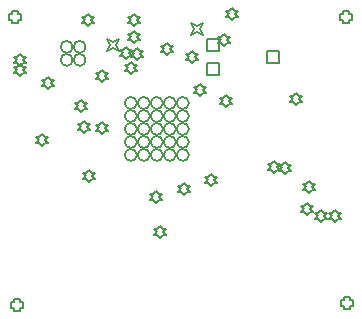
<source format=gbr>
%TF.GenerationSoftware,Altium Limited,Altium Designer,25.4.2 (15)*%
G04 Layer_Color=2752767*
%FSLAX45Y45*%
%MOMM*%
%TF.SameCoordinates,67C836F6-C9C3-4B7B-B257-39D1A88473F1*%
%TF.FilePolarity,Positive*%
%TF.FileFunction,Drawing*%
%TF.Part,Single*%
G01*
G75*
%TA.AperFunction,NonConductor*%
%ADD83C,0.12700*%
%ADD84C,0.16933*%
D83*
X8427100Y8424600D02*
Y8399200D01*
X8477900D01*
Y8424600D01*
X8503300D01*
Y8475400D01*
X8477900D01*
Y8500800D01*
X8427100D01*
Y8475400D01*
X8401700D01*
Y8424600D01*
X8427100D01*
X11232100Y5999600D02*
Y5974200D01*
X11282900D01*
Y5999600D01*
X11308300D01*
Y6050400D01*
X11282900D01*
Y6075800D01*
X11232100D01*
Y6050400D01*
X11206700D01*
Y5999600D01*
X11232100D01*
X11229600Y8419600D02*
Y8394200D01*
X11280400D01*
Y8419600D01*
X11305800D01*
Y8470400D01*
X11280400D01*
Y8495800D01*
X11229600D01*
Y8470400D01*
X11204200D01*
Y8419600D01*
X11229600D01*
X8439600Y5987100D02*
Y5961700D01*
X8490400D01*
Y5987100D01*
X8515800D01*
Y6037900D01*
X8490400D01*
Y6063300D01*
X8439600D01*
Y6037900D01*
X8414200D01*
Y5987100D01*
X8439600D01*
X10078200Y8157300D02*
Y8258900D01*
X10179800D01*
Y8157300D01*
X10078200D01*
Y7954100D02*
Y8055700D01*
X10179800D01*
Y7954100D01*
X10078200D01*
X10586200Y8055700D02*
Y8157300D01*
X10687800D01*
Y8055700D01*
X10586200D01*
X10017500Y7781700D02*
X10042900Y7807100D01*
X10068300D01*
X10042900Y7832500D01*
X10068300Y7857900D01*
X10042900D01*
X10017500Y7883300D01*
X9992100Y7857900D01*
X9966700D01*
X9992100Y7832500D01*
X9966700Y7807100D01*
X9992100D01*
X10017500Y7781700D01*
X9945000Y8056700D02*
X9970400Y8082100D01*
X9995800D01*
X9970400Y8107500D01*
X9995800Y8132900D01*
X9970400D01*
X9945000Y8158300D01*
X9919600Y8132900D01*
X9894200D01*
X9919600Y8107500D01*
X9894200Y8082100D01*
X9919600D01*
X9945000Y8056700D01*
X9732344Y8126396D02*
X9757744Y8151796D01*
X9783144D01*
X9757744Y8177196D01*
X9783144Y8202596D01*
X9757744D01*
X9732344Y8227996D01*
X9706944Y8202596D01*
X9681544D01*
X9706944Y8177196D01*
X9681544Y8151796D01*
X9706944D01*
X9732344Y8126396D01*
X9009018Y7643327D02*
X9034418Y7668727D01*
X9059818D01*
X9034418Y7694127D01*
X9059818Y7719527D01*
X9034418D01*
X9009018Y7744927D01*
X8983618Y7719527D01*
X8958218D01*
X8983618Y7694127D01*
X8958218Y7668727D01*
X8983618D01*
X9009018Y7643327D01*
X9184748Y7459200D02*
X9210148Y7484600D01*
X9235548D01*
X9210148Y7510000D01*
X9235548Y7535400D01*
X9210148D01*
X9184748Y7560800D01*
X9159348Y7535400D01*
X9133948D01*
X9159348Y7510000D01*
X9133948Y7484600D01*
X9159348D01*
X9184748Y7459200D01*
X9037500Y7464200D02*
X9062900Y7489600D01*
X9088300D01*
X9062900Y7515000D01*
X9088300Y7540400D01*
X9062900D01*
X9037500Y7565800D01*
X9012100Y7540400D01*
X8986700D01*
X9012100Y7515000D01*
X8986700Y7489600D01*
X9012100D01*
X9037500Y7464200D01*
X10109018Y7020827D02*
X10134418Y7046227D01*
X10159818D01*
X10134418Y7071627D01*
X10159818Y7097027D01*
X10134418D01*
X10109018Y7122427D01*
X10083618Y7097027D01*
X10058218D01*
X10083618Y7071627D01*
X10058218Y7046227D01*
X10083618D01*
X10109018Y7020827D01*
X9881518Y6940827D02*
X9906918Y6966227D01*
X9932318D01*
X9906918Y6991627D01*
X9932318Y7017027D01*
X9906918D01*
X9881518Y7042427D01*
X9856118Y7017027D01*
X9830718D01*
X9856118Y6991627D01*
X9830718Y6966227D01*
X9856118D01*
X9881518Y6940827D01*
X10640000Y7126700D02*
X10665400Y7152100D01*
X10690800D01*
X10665400Y7177500D01*
X10690800Y7202900D01*
X10665400D01*
X10640000Y7228300D01*
X10614600Y7202900D01*
X10589200D01*
X10614600Y7177500D01*
X10589200Y7152100D01*
X10614600D01*
X10640000Y7126700D01*
X10739018Y7118327D02*
X10764418Y7143727D01*
X10789818D01*
X10764418Y7169127D01*
X10789818Y7194527D01*
X10764418D01*
X10739018Y7219927D01*
X10713618Y7194527D01*
X10688218D01*
X10713618Y7169127D01*
X10688218Y7143727D01*
X10713618D01*
X10739018Y7118327D01*
X11156518Y6710827D02*
X11181918Y6736227D01*
X11207318D01*
X11181918Y6761627D01*
X11207318Y6787027D01*
X11181918D01*
X11156518Y6812427D01*
X11131118Y6787027D01*
X11105718D01*
X11131118Y6761627D01*
X11105718Y6736227D01*
X11131118D01*
X11156518Y6710827D01*
X11036518D02*
X11061918Y6736227D01*
X11087318D01*
X11061918Y6761627D01*
X11087318Y6787027D01*
X11061918D01*
X11036518Y6812427D01*
X11011118Y6787027D01*
X10985718D01*
X11011118Y6761627D01*
X10985718Y6736227D01*
X11011118D01*
X11036518Y6710827D01*
X10921518Y6768327D02*
X10946918Y6793727D01*
X10972318D01*
X10946918Y6819127D01*
X10972318Y6844527D01*
X10946918D01*
X10921518Y6869927D01*
X10896118Y6844527D01*
X10870718D01*
X10896118Y6819127D01*
X10870718Y6793727D01*
X10896118D01*
X10921518Y6768327D01*
X10940000Y6954200D02*
X10965400Y6979600D01*
X10990800D01*
X10965400Y7005000D01*
X10990800Y7030400D01*
X10965400D01*
X10940000Y7055800D01*
X10914600Y7030400D01*
X10889200D01*
X10914600Y7005000D01*
X10889200Y6979600D01*
X10914600D01*
X10940000Y6954200D01*
X8495000Y8029200D02*
X8520400Y8054600D01*
X8545800D01*
X8520400Y8080000D01*
X8545800Y8105400D01*
X8520400D01*
X8495000Y8130800D01*
X8469600Y8105400D01*
X8444200D01*
X8469600Y8080000D01*
X8444200Y8054600D01*
X8469600D01*
X8495000Y8029200D01*
X8492500Y7944200D02*
X8517900Y7969600D01*
X8543300D01*
X8517900Y7995000D01*
X8543300Y8020400D01*
X8517900D01*
X8492500Y8045800D01*
X8467100Y8020400D01*
X8441700D01*
X8467100Y7995000D01*
X8441700Y7969600D01*
X8467100D01*
X8492500Y7944200D01*
X9680000Y6579200D02*
X9705400Y6604600D01*
X9730800D01*
X9705400Y6630000D01*
X9730800Y6655400D01*
X9705400D01*
X9680000Y6680800D01*
X9654600Y6655400D01*
X9629200D01*
X9654600Y6630000D01*
X9629200Y6604600D01*
X9654600D01*
X9680000Y6579200D01*
X9640000Y6869200D02*
X9665400Y6894600D01*
X9690800D01*
X9665400Y6920000D01*
X9690800Y6945400D01*
X9665400D01*
X9640000Y6970800D01*
X9614600Y6945400D01*
X9589200D01*
X9614600Y6920000D01*
X9589200Y6894600D01*
X9614600D01*
X9640000Y6869200D01*
X10240000Y7689200D02*
X10265400Y7714600D01*
X10290800D01*
X10265400Y7740000D01*
X10290800Y7765400D01*
X10265400D01*
X10240000Y7790800D01*
X10214600Y7765400D01*
X10189200D01*
X10214600Y7740000D01*
X10189200Y7714600D01*
X10214600D01*
X10240000Y7689200D01*
X10830000Y7699200D02*
X10855400Y7724600D01*
X10880800D01*
X10855400Y7750000D01*
X10880800Y7775400D01*
X10855400D01*
X10830000Y7800800D01*
X10804600Y7775400D01*
X10779200D01*
X10804600Y7750000D01*
X10779200Y7724600D01*
X10804600D01*
X10830000Y7699200D01*
X9430000Y7969200D02*
X9455400Y7994600D01*
X9480800D01*
X9455400Y8020000D01*
X9480800Y8045400D01*
X9455400D01*
X9430000Y8070800D01*
X9404600Y8045400D01*
X9379200D01*
X9404600Y8020000D01*
X9379200Y7994600D01*
X9404600D01*
X9430000Y7969200D01*
X9390000Y8089200D02*
X9415400Y8114600D01*
X9440800D01*
X9415400Y8140000D01*
X9440800Y8165400D01*
X9415400D01*
X9390000Y8190800D01*
X9364600Y8165400D01*
X9339200D01*
X9364600Y8140000D01*
X9339200Y8114600D01*
X9364600D01*
X9390000Y8089200D01*
X9480525Y8082027D02*
X9505925Y8107427D01*
X9531325D01*
X9505925Y8132827D01*
X9531325Y8158227D01*
X9505925D01*
X9480525Y8183627D01*
X9455125Y8158227D01*
X9429725D01*
X9455125Y8132827D01*
X9429725Y8107427D01*
X9455125D01*
X9480525Y8082027D01*
X9183551Y7898480D02*
X9208951Y7923880D01*
X9234351D01*
X9208951Y7949280D01*
X9234351Y7974680D01*
X9208951D01*
X9183551Y8000080D01*
X9158151Y7974680D01*
X9132751D01*
X9158151Y7949280D01*
X9132751Y7923880D01*
X9158151D01*
X9183551Y7898480D01*
X9460000Y8229200D02*
X9485400Y8254600D01*
X9510800D01*
X9485400Y8280000D01*
X9510800Y8305400D01*
X9485400D01*
X9460000Y8330800D01*
X9434600Y8305400D01*
X9409200D01*
X9434600Y8280000D01*
X9409200Y8254600D01*
X9434600D01*
X9460000Y8229200D01*
Y8369200D02*
X9485400Y8394600D01*
X9510800D01*
X9485400Y8420000D01*
X9510800Y8445400D01*
X9485400D01*
X9460000Y8470800D01*
X9434600Y8445400D01*
X9409200D01*
X9434600Y8420000D01*
X9409200Y8394600D01*
X9434600D01*
X9460000Y8369200D01*
X9224380Y8164020D02*
X9249780Y8214820D01*
X9224380Y8265620D01*
X9275180Y8240220D01*
X9325980Y8265620D01*
X9300580Y8214820D01*
X9325980Y8164020D01*
X9275180Y8189420D01*
X9224380Y8164020D01*
X9939200Y8299200D02*
X9964600Y8350000D01*
X9939200Y8400800D01*
X9990000Y8375400D01*
X10040800Y8400800D01*
X10015400Y8350000D01*
X10040800Y8299200D01*
X9990000Y8324600D01*
X9939200Y8299200D01*
X10220000Y8199200D02*
X10245400Y8224600D01*
X10270800D01*
X10245400Y8250000D01*
X10270800Y8275400D01*
X10245400D01*
X10220000Y8300800D01*
X10194600Y8275400D01*
X10169200D01*
X10194600Y8250000D01*
X10169200Y8224600D01*
X10194600D01*
X10220000Y8199200D01*
X9080000Y7049200D02*
X9105400Y7074600D01*
X9130800D01*
X9105400Y7100000D01*
X9130800Y7125400D01*
X9105400D01*
X9080000Y7150800D01*
X9054600Y7125400D01*
X9029200D01*
X9054600Y7100000D01*
X9029200Y7074600D01*
X9054600D01*
X9080000Y7049200D01*
X8680000Y7359200D02*
X8705400Y7384600D01*
X8730800D01*
X8705400Y7410000D01*
X8730800Y7435400D01*
X8705400D01*
X8680000Y7460800D01*
X8654600Y7435400D01*
X8629200D01*
X8654600Y7410000D01*
X8629200Y7384600D01*
X8654600D01*
X8680000Y7359200D01*
X10290000Y8419200D02*
X10315400Y8444600D01*
X10340800D01*
X10315400Y8470000D01*
X10340800Y8495400D01*
X10315400D01*
X10290000Y8520800D01*
X10264600Y8495400D01*
X10239200D01*
X10264600Y8470000D01*
X10239200Y8444600D01*
X10264600D01*
X10290000Y8419200D01*
X9069104Y8370606D02*
X9094504Y8396006D01*
X9119904D01*
X9094504Y8421406D01*
X9119904Y8446806D01*
X9094504D01*
X9069104Y8472206D01*
X9043704Y8446806D01*
X9018304D01*
X9043704Y8421406D01*
X9018304Y8396006D01*
X9043704D01*
X9069104Y8370606D01*
X8729980Y7840980D02*
X8755380Y7866380D01*
X8780780D01*
X8755380Y7891780D01*
X8780780Y7917180D01*
X8755380D01*
X8729980Y7942580D01*
X8704580Y7917180D01*
X8679180D01*
X8704580Y7891780D01*
X8679180Y7866380D01*
X8704580D01*
X8729980Y7840980D01*
D84*
X9920800Y7280000D02*
G03*
X9920800Y7280000I-50800J0D01*
G01*
X9810800D02*
G03*
X9810800Y7280000I-50800J0D01*
G01*
X9700800D02*
G03*
X9700800Y7280000I-50800J0D01*
G01*
X9590800D02*
G03*
X9590800Y7280000I-50800J0D01*
G01*
X9480800D02*
G03*
X9480800Y7280000I-50800J0D01*
G01*
X9920800Y7390000D02*
G03*
X9920800Y7390000I-50800J0D01*
G01*
X9810800D02*
G03*
X9810800Y7390000I-50800J0D01*
G01*
X9700800D02*
G03*
X9700800Y7390000I-50800J0D01*
G01*
X9590800D02*
G03*
X9590800Y7390000I-50800J0D01*
G01*
X9480800D02*
G03*
X9480800Y7390000I-50800J0D01*
G01*
X9920800Y7500000D02*
G03*
X9920800Y7500000I-50800J0D01*
G01*
X9810800D02*
G03*
X9810800Y7500000I-50800J0D01*
G01*
X9700800D02*
G03*
X9700800Y7500000I-50800J0D01*
G01*
X9590800D02*
G03*
X9590800Y7500000I-50800J0D01*
G01*
X9480800D02*
G03*
X9480800Y7500000I-50800J0D01*
G01*
X9920800Y7610000D02*
G03*
X9920800Y7610000I-50800J0D01*
G01*
X9810800D02*
G03*
X9810800Y7610000I-50800J0D01*
G01*
X9700800D02*
G03*
X9700800Y7610000I-50800J0D01*
G01*
X9590800D02*
G03*
X9590800Y7610000I-50800J0D01*
G01*
X9480800D02*
G03*
X9480800Y7610000I-50800J0D01*
G01*
X9920800Y7720000D02*
G03*
X9920800Y7720000I-50800J0D01*
G01*
X9810800D02*
G03*
X9810800Y7720000I-50800J0D01*
G01*
X9700800D02*
G03*
X9700800Y7720000I-50800J0D01*
G01*
X9590800D02*
G03*
X9590800Y7720000I-50800J0D01*
G01*
X9480800D02*
G03*
X9480800Y7720000I-50800J0D01*
G01*
X9047480Y8194820D02*
G03*
X9047480Y8194820I-50800J0D01*
G01*
Y8084820D02*
G03*
X9047480Y8084820I-50800J0D01*
G01*
X8937480D02*
G03*
X8937480Y8084820I-50800J0D01*
G01*
Y8194820D02*
G03*
X8937480Y8194820I-50800J0D01*
G01*
%TF.MD5,b934d9a092a245b1fe86073e4929546f*%
M02*

</source>
